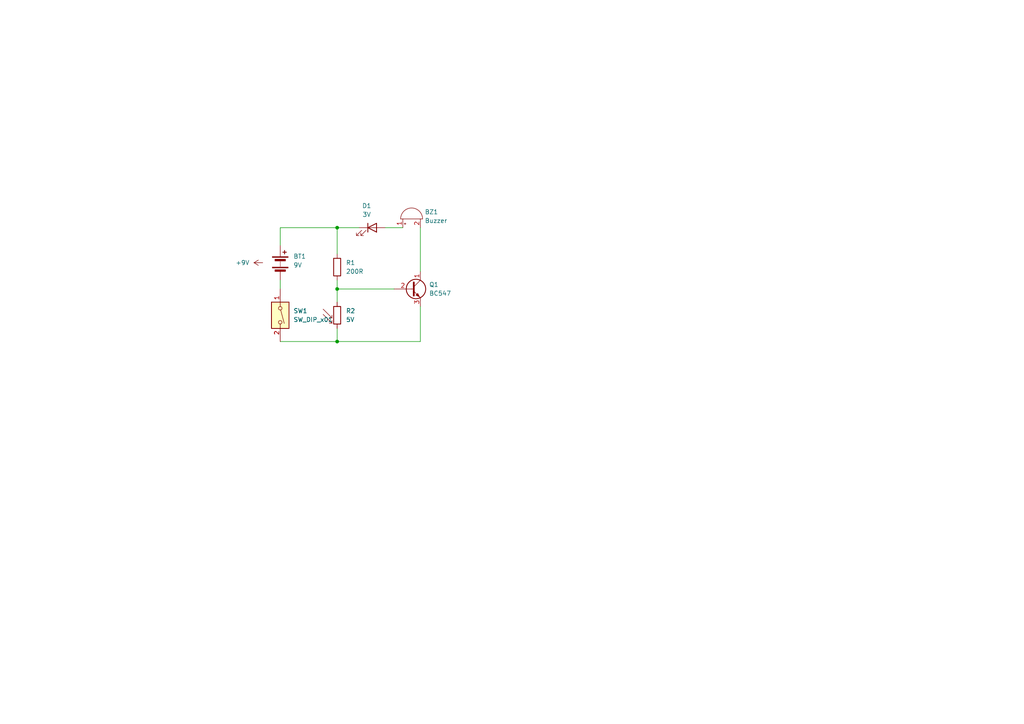
<source format=kicad_sch>
(kicad_sch (version 20230121) (generator eeschema)
  (paper "A4")
  (lib_symbols
    (symbol "Device:Battery" (pin_numbers hide) (pin_names (offset 0) hide)
      (property "Reference" "BT" (at 2.54 2.54 0))
      (property "Value" "Battery" (at 2.54 0 0))
      (symbol "Battery_0_1"
        (rectangle (start -2.286 -1.27) (end 2.286 -1.524) (fill (type outline)))
        (rectangle (start -2.286 1.778) (end 2.286 1.524) (fill (type outline)))
        (rectangle (start -1.524 -2.032) (end 1.524 -2.54) (fill (type outline)))
        (rectangle (start -1.524 1.016) (end 1.524 0.508) (fill (type outline)))
        (polyline (pts (xy 0 -1.016) (xy 0 -0.762)))
        (polyline (pts (xy 0 -0.508) (xy 0 -0.254)))
        (polyline (pts (xy 0 0) (xy 0 0.254)))
        (polyline (pts (xy 0 1.778) (xy 0 2.54)))
        (polyline (pts (xy 0.762 3.048) (xy 1.778 3.048)) (stroke (width 0.254)))
        (polyline (pts (xy 1.27 3.556) (xy 1.27 2.54)) (stroke (width 0.254)))
      )
      (symbol "Battery_1_1"
        (pin passive line (at 0 5.08 270) (length 2.54) (name "+") (number "1"))
        (pin passive line (at 0 -5.08 90) (length 2.54) (name "-") (number "2"))
      )
    )
    (symbol "Device:Buzzer" (pin_names (offset 0.0254) hide)
      (property "Reference" "BZ" (at 3.81 1.27 0))
      (property "Value" "Buzzer" (at 3.81 -1.27 0))
      (symbol "Buzzer_0_1"
        (arc (start 0 -3.175) (mid 3.1612 0) (end 0 3.175))
        (polyline (pts (xy -1.651 1.905) (xy -1.143 1.905)))
        (polyline (pts (xy -1.397 2.159) (xy -1.397 1.651)))
        (polyline (pts (xy 0 3.175) (xy 0 -3.175)))
      )
      (symbol "Buzzer_1_1"
        (pin passive line (at -2.54 2.54 0) (length 2.54) (name "-") (number "1"))
        (pin passive line (at -2.54 -2.54 0) (length 2.54) (name "+") (number "2"))
      )
    )
    (symbol "Device:LED" (pin_numbers hide) (pin_names (offset 1.016) hide)
      (property "Reference" "D" (at 0 2.54 0))
      (property "Value" "LED" (at 0 -2.54 0))
      (symbol "LED_0_1"
        (polyline (pts (xy -1.27 -1.27) (xy -1.27 1.27)) (stroke (width 0.254)))
        (polyline (pts (xy -1.27 0) (xy 1.27 0)))
        (polyline (pts (xy 1.27 -1.27) (xy 1.27 1.27) (xy -1.27 0) (xy 1.27 -1.27)) (stroke (width 0.254)))
        (polyline (pts (xy -3.048 -0.762) (xy -4.572 -2.286) (xy -3.81 -2.286) (xy -4.572 -2.286) (xy -4.572 -1.524)))
        (polyline (pts (xy -1.778 -0.762) (xy -3.302 -2.286) (xy -2.54 -2.286) (xy -3.302 -2.286) (xy -3.302 -1.524)))
      )
      (symbol "LED_1_1"
        (pin passive line (at -3.81 0 0) (length 2.54) (name "K") (number "1"))
        (pin passive line (at 3.81 0 180) (length 2.54) (name "A") (number "2"))
      )
    )
    (symbol "Device:R" (pin_numbers hide) (pin_names (offset 0))
      (property "Reference" "R" (at 2.032 0 90))
      (property "Value" "R" (at 0 0 90))
      (symbol "R_0_1"
        (rectangle (start -1.016 -2.54) (end 1.016 2.54) (stroke (width 0.254)))
      )
      (symbol "R_1_1"
        (pin passive line (at 0 3.81 270) (length 1.27) (name "~") (number "1"))
        (pin passive line (at 0 -3.81 90) (length 1.27) (name "~") (number "2"))
      )
    )
    (symbol "Sensor_Optical:LDR03" (pin_numbers hide) (pin_names (offset 0))
      (property "Reference" "R" (at -5.08 0 90))
      (property "Value" "LDR03" (at 1.905 0 90))
      (symbol "LDR03_0_1"
        (rectangle (start -1.016 2.54) (end 1.016 -2.54) (stroke (width 0.254)))
        (polyline (pts (xy -1.524 -2.286) (xy -4.064 0.254)))
        (polyline (pts (xy -1.524 -2.286) (xy -2.286 -2.286)))
        (polyline (pts (xy -1.524 -2.286) (xy -1.524 -1.524)))
        (polyline (pts (xy -1.524 -0.762) (xy -4.064 1.778)))
        (polyline (pts (xy -1.524 -0.762) (xy -2.286 -0.762)))
        (polyline (pts (xy -1.524 -0.762) (xy -1.524 0)))
      )
      (symbol "LDR03_1_1"
        (pin passive line (at 0 3.81 270) (length 1.27) (name "~") (number "1"))
        (pin passive line (at 0 -3.81 90) (length 1.27) (name "~") (number "2"))
      )
    )
    (symbol "Switch:SW_DIP_x01" (pin_names (offset 0) hide)
      (property "Reference" "SW" (at 0 3.81 0))
      (property "Value" "SW_DIP_x01" (at 0 -3.81 0))
      (symbol "SW_DIP_x01_0_0"
        (circle (center -2.032 0) (radius 0.508))
        (polyline (pts (xy -1.524 0.127) (xy 2.3622 1.1684)))
        (circle (center 2.032 0) (radius 0.508))
      )
      (symbol "SW_DIP_x01_0_1"
        (rectangle (start -3.81 2.54) (end 3.81 -2.54) (stroke (width 0.254)) (fill (type background)))
      )
      (symbol "SW_DIP_x01_1_1"
        (pin passive line (at -7.62 0 0) (length 5.08) (name "~") (number "1"))
        (pin passive line (at 7.62 0 180) (length 5.08) (name "~") (number "2"))
      )
    )
    (symbol "Transistor_BJT:BC547" (pin_names (offset 0) hide)
      (property "Reference" "Q" (at 5.08 1.905 0))
      (property "Value" "BC547" (at 5.08 0 0))
      (symbol "BC547_0_1"
        (polyline (pts (xy 0 0) (xy 0.635 0)))
        (polyline (pts (xy 0.635 0.635) (xy 2.54 2.54)))
        (polyline (pts (xy 0.635 -0.635) (xy 2.54 -2.54) (xy 2.54 -2.54)))
        (polyline (pts (xy 0.635 1.905) (xy 0.635 -1.905) (xy 0.635 -1.905)) (stroke (width 0.508)))
        (polyline (pts (xy 1.27 -1.778) (xy 1.778 -1.27) (xy 2.286 -2.286) (xy 1.27 -1.778) (xy 1.27 -1.778)) (fill (type outline)))
        (circle (center 1.27 0) (radius 2.8194) (stroke (width 0.254)))
      )
      (symbol "BC547_1_1"
        (pin passive line (at 2.54 5.08 270) (length 2.54) (name "C") (number "1"))
        (pin input line (at -5.08 0 0) (length 5.08) (name "B") (number "2"))
        (pin passive line (at 2.54 -5.08 90) (length 2.54) (name "E") (number "3"))
      )
    )
    (symbol "power:+9V" (power) (pin_names (offset 0))
      (property "Value" "+9V" (at 0 3.556 0))
      (symbol "+9V_0_1"
        (polyline (pts (xy -0.762 1.27) (xy 0 2.54)))
        (polyline (pts (xy 0 0) (xy 0 2.54)))
        (polyline (pts (xy 0 2.54) (xy 0.762 1.27)))
      )
      (symbol "+9V_1_1"
        (pin power_in line (at 0 0 90) (length 0) hide (name "+9V") (number "1"))
      )
    )
  )
  (junction (at 97.79 99.06))
  (junction (at 97.79 83.82))
  (junction (at 97.79 66.04))
  (wire (pts (xy 97.79 99.06) (xy 121.92 99.06)))
  (wire (pts (xy 97.79 83.82) (xy 114.3 83.82)))
  (wire (pts (xy 111.76 66.04) (xy 116.84 66.04)))
  (wire (pts (xy 81.28 81.28) (xy 81.28 83.82)))
  (wire (pts (xy 97.79 95.25) (xy 97.79 99.06)))
  (wire (pts (xy 81.28 66.04) (xy 97.79 66.04)))
  (wire (pts (xy 97.79 81.28) (xy 97.79 83.82)))
  (wire (pts (xy 97.79 66.04) (xy 97.79 73.66)))
  (wire (pts (xy 81.28 99.06) (xy 97.79 99.06)))
  (wire (pts (xy 121.92 88.9) (xy 121.92 99.06)))
  (wire (pts (xy 104.14 66.04) (xy 97.79 66.04)))
  (wire (pts (xy 121.92 66.04) (xy 121.92 78.74)))
  (wire (pts (xy 81.28 71.12) (xy 81.28 66.04)))
  (wire (pts (xy 97.79 83.82) (xy 97.79 87.63)))
  (symbol (lib_id "Sensor_Optical:LDR03") (at 97.79 91.44 0) (unit 1)
    (property "Reference" "R2" (at 100.33 90.17 0) (effects (justify left)))
    (property "Value" "5V" (at 100.33 92.71 0) (effects (justify left)))
    (property "Footprint" "OptoDevice:R_LDR_10x8.5mm_P7.6mm_Vertical" (effects hide))
    (property "Datasheet" "http://www.elektronica-componenten.nl/WebRoot/StoreNL/Shops/61422969/54F1/BA0C/C664/31B9/2173/C0A8/2AB9/2AEF/LDR03IMP.pdf" (effects hide))
  )
  (symbol (lib_id "Device:Buzzer") (at 119.38 63.5 90) (unit 1)
    (property "Reference" "BZ1" (at 123.19 61.4749 90) (effects (justify right)))
    (property "Value" "Buzzer" (at 123.19 64.0149 90) (effects (justify right)))
    (property "Footprint" "Buzzer_Beeper:Buzzer_12x9.5RM7.6" (effects hide))
  )
  (symbol (lib_id "Switch:SW_DIP_x01") (at 81.28 91.44 270) (unit 1)
    (property "Reference" "SW1" (at 85.09 90.17 90) (effects (justify left)))
    (property "Value" "SW_DIP_x01" (at 85.09 92.71 90) (effects (justify left)))
    (property "Footprint" "Button_Switch_SMD:SW_DIP_SPSTx01_Slide_6.7x4.1mm_W8.61mm_P2.54mm_LowProfile" (effects hide))
  )
  (symbol (lib_id "power:+9V") (at 76.2 76.2 90) (unit 1)
    (property "Reference" "#PWR01" (effects hide))
    (property "Value" "+9V" (at 72.39 76.2 90) (effects (justify left)))
  )
  (symbol (lib_id "Transistor_BJT:BC547") (at 119.38 83.82 0) (unit 1)
    (property "Reference" "Q1" (at 124.46 82.55 0) (effects (justify left)))
    (property "Value" "BC547" (at 124.46 85.09 0) (effects (justify left)))
    (property "Footprint" "Package_TO_SOT_THT:TO-92_Inline" (effects hide))
    (property "Datasheet" "https://www.onsemi.com/pub/Collateral/BC550-D.pdf" (effects hide))
  )
  (symbol (lib_id "Device:R") (at 97.79 77.47 0) (unit 1)
    (property "Reference" "R1" (at 100.33 76.2 0) (effects (justify left)))
    (property "Value" "200R" (at 100.33 78.74 0) (effects (justify left)))
    (property "Footprint" "Resistor_SMD:R_0805_2012Metric_Pad1.20x1.40mm_HandSolder" (effects hide))
  )
  (symbol (lib_id "Device:LED") (at 107.95 66.04 0) (unit 1)
    (property "Reference" "D1" (at 106.3625 59.69 0))
    (property "Value" "3V" (at 106.3625 62.23 0))
    (property "Footprint" "LED_SMD:LED_0805_2012Metric_Pad1.15x1.40mm_HandSolder" (effects hide))
  )
  (symbol (lib_id "Device:Battery") (at 81.28 76.2 0) (unit 1)
    (property "Reference" "BT1" (at 85.09 74.3585 0) (effects (justify left)))
    (property "Value" "9V" (at 85.09 76.8985 0) (effects (justify left)))
    (property "Footprint" "My_Custom_Library:Battery_connector" (effects hide))
  )
)
</source>
